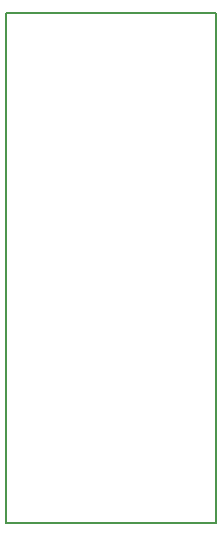
<source format=gbr>
G04 #@! TF.GenerationSoftware,KiCad,Pcbnew,(5.0.0-3-g5ebb6b6)*
G04 #@! TF.CreationDate,2019-01-26T00:41:45+00:00*
G04 #@! TF.ProjectId,QFN32,51464E33322E6B696361645F70636200,rev?*
G04 #@! TF.SameCoordinates,Original*
G04 #@! TF.FileFunction,Profile,NP*
%FSLAX46Y46*%
G04 Gerber Fmt 4.6, Leading zero omitted, Abs format (unit mm)*
G04 Created by KiCad (PCBNEW (5.0.0-3-g5ebb6b6)) date Saturday, 26 January 2019 at 00:41:45*
%MOMM*%
%LPD*%
G01*
G04 APERTURE LIST*
%ADD10C,0.150000*%
%ADD11C,0.200000*%
G04 APERTURE END LIST*
D10*
X127000000Y-116840000D02*
X127000000Y-73660000D01*
X144780000Y-116840000D02*
X127000000Y-116840000D01*
X144780000Y-73660000D02*
X144780000Y-116840000D01*
D11*
X127000000Y-73660000D02*
X144780000Y-73660000D01*
M02*

</source>
